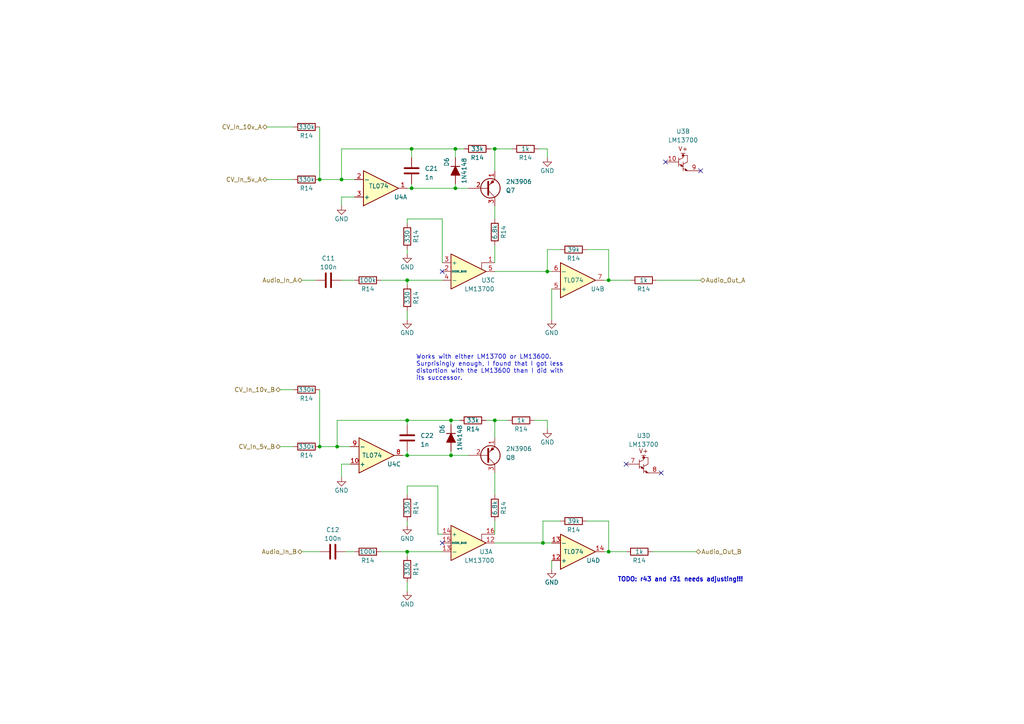
<source format=kicad_sch>
(kicad_sch (version 20230121) (generator eeschema)
  (paper "A4")
  (lib_symbols
    (symbol "*SCS:C-THL" (pin_numbers hide) (pin_names (offset 0.254))
      (property "Reference" "C" (at 0.635 2.54 0))
      (property "Value" "C" (at 0.635 -2.54 0))
      (symbol "C-THL_0_1"
        (polyline (pts (xy -2.032 -0.762) (xy 2.032 -0.762)) (stroke (width 0.508)))
        (polyline (pts (xy -2.032 0.762) (xy 2.032 0.762)) (stroke (width 0.508)))
      )
      (symbol "C-THL_1_1"
        (pin passive line (at 0 3.81 270) (length 2.794) (name "~") (number "1"))
        (pin passive line (at 0 -3.81 90) (length 2.794) (name "~") (number "2"))
      )
    )
    (symbol "*SCS:D-THL" (pin_numbers hide) (pin_names (offset 1.016) hide)
      (property "Reference" "D" (at 0 2.54 0))
      (property "Value" "D" (at 0 -2.54 0))
      (symbol "D-THL_0_1"
        (polyline (pts (xy -1.27 1.27) (xy -1.27 -1.27)) (stroke (width 0.254)))
        (polyline (pts (xy 1.27 0) (xy -1.27 0)))
        (polyline (pts (xy 1.27 1.27) (xy 1.27 -1.27) (xy -1.27 0) (xy 1.27 1.27)) (stroke (width 0.254)) (fill (type outline)))
      )
      (symbol "D-THL_1_1"
        (pin passive line (at -3.81 0 0) (length 2.54) (name "K") (number "1"))
        (pin passive line (at 3.81 0 180) (length 2.54) (name "A") (number "2"))
      )
    )
    (symbol "*SCS:R-THL" (pin_numbers hide) (pin_names (offset 0))
      (property "Reference" "R" (at 2.032 0 90))
      (property "Value" "R" (at 0 0 90))
      (symbol "R-THL_0_1"
        (rectangle (start -1.016 -2.54) (end 1.016 2.54) (stroke (width 0.254)))
      )
      (symbol "R-THL_1_1"
        (pin passive line (at 0 3.81 270) (length 1.27) (name "~") (number "1"))
        (pin passive line (at 0 -3.81 90) (length 1.27) (name "~") (number "2"))
      )
    )
    (symbol "Amplifier_Operational:LM13700" (pin_names (offset 0.127))
      (property "Reference" "U" (at 3.81 5.08 0))
      (property "Value" "LM13700" (at 5.08 -5.08 0))
      (symbol "LM13700_1_1"
        (polyline (pts (xy 3.81 -0.635) (xy 3.81 -2.54) (xy 5.08 -2.54)))
        (polyline (pts (xy 5.08 0) (xy -5.08 -5.08) (xy -5.08 5.08) (xy 5.08 0)) (stroke (width 0.254)) (fill (type background)))
        (pin output line (at 7.62 0 180) (length 2.54) (name "~") (number "12"))
        (pin input line (at -7.62 2.54 0) (length 2.54) (name "-") (number "13"))
        (pin input line (at -7.62 -2.54 0) (length 2.54) (name "+") (number "14"))
        (pin input line (at -7.62 0 0) (length 2.54) (name "DIODE_BIAS") (number "15"))
        (pin input line (at 7.62 -2.54 180) (length 2.54) (name "~") (number "16"))
      )
      (symbol "LM13700_2_0"
        (polyline (pts (xy -1.905 2.54) (xy -3.175 2.54)))
      )
      (symbol "LM13700_2_1"
        (circle (center -2.54 1.905) (radius 0.254) (stroke (width 0.254)) (fill (type outline)))
        (polyline (pts (xy -3.81 -0.635) (xy -2.54 -1.27)))
        (polyline (pts (xy -3.81 1.27) (xy -3.81 -1.27)))
        (polyline (pts (xy -2.54 -1.905) (xy -1.27 -2.54)))
        (polyline (pts (xy -2.54 0) (xy -2.54 -2.54)))
        (polyline (pts (xy -3.81 0.635) (xy -2.54 1.27) (xy -2.54 1.905) (xy -2.54 2.54)))
        (polyline (pts (xy -2.54 -1.27) (xy -3.175 -0.635) (xy -3.175 -1.27) (xy -2.54 -1.27)) (fill (type outline)))
        (polyline (pts (xy -2.54 -0.635) (xy -1.27 0) (xy -1.27 1.905) (xy -2.54 1.905)))
        (polyline (pts (xy -1.27 -2.54) (xy -1.905 -1.905) (xy -1.905 -2.54) (xy -1.27 -2.54)) (fill (type outline)))
        (text "V+" (at -2.54 3.81 0) (effects (font (size 1.27 1.27))))
        (pin input line (at -7.62 0 0) (length 3.81) (name "~") (number "10"))
        (pin output line (at 2.54 -2.54 180) (length 3.81) (name "~") (number "9"))
      )
      (symbol "LM13700_3_1"
        (polyline (pts (xy 3.81 -0.635) (xy 3.81 -2.54) (xy 5.08 -2.54)))
        (polyline (pts (xy 5.08 0) (xy -5.08 -5.08) (xy -5.08 5.08) (xy 5.08 0)) (stroke (width 0.254)) (fill (type background)))
        (pin input line (at 7.62 -2.54 180) (length 2.54) (name "~") (number "1"))
        (pin input line (at -7.62 0 0) (length 2.54) (name "DIODE_BIAS") (number "2"))
        (pin input line (at -7.62 -2.54 0) (length 2.54) (name "+") (number "3"))
        (pin input line (at -7.62 2.54 0) (length 2.54) (name "-") (number "4"))
        (pin output line (at 7.62 0 180) (length 2.54) (name "~") (number "5"))
      )
      (symbol "LM13700_4_0"
        (polyline (pts (xy -3.175 2.54) (xy -1.905 2.54)))
        (text "V+" (at -2.54 3.81 0) (effects (font (size 1.27 1.27))))
      )
      (symbol "LM13700_4_1"
        (circle (center -2.54 1.905) (radius 0.254) (stroke (width 0.254)) (fill (type outline)))
        (polyline (pts (xy -3.81 -0.635) (xy -2.54 -1.27)))
        (polyline (pts (xy -3.81 1.27) (xy -3.81 -1.27)))
        (polyline (pts (xy -2.54 -1.905) (xy -1.27 -2.54)))
        (polyline (pts (xy -2.54 0) (xy -2.54 -2.54)))
        (polyline (pts (xy -3.81 0.635) (xy -2.54 1.27) (xy -2.54 2.54)))
        (polyline (pts (xy -2.54 -1.27) (xy -3.175 -0.635) (xy -3.175 -1.27) (xy -2.54 -1.27)) (fill (type outline)))
        (polyline (pts (xy -2.54 -0.635) (xy -1.27 0) (xy -1.27 1.905) (xy -2.54 1.905)))
        (polyline (pts (xy -1.27 -2.54) (xy -1.905 -1.905) (xy -1.905 -2.54) (xy -1.27 -2.54)) (fill (type outline)))
        (pin input line (at -7.62 0 0) (length 3.81) (name "~") (number "7"))
        (pin output line (at 2.54 -2.54 180) (length 3.81) (name "~") (number "8"))
      )
      (symbol "LM13700_5_1"
        (pin power_in line (at -2.54 7.62 270) (length 3.81) (name "V+") (number "11"))
        (pin power_in line (at -2.54 -7.62 90) (length 3.81) (name "V-") (number "6"))
      )
    )
    (symbol "Amplifier_Operational:TL074" (pin_names (offset 0.127))
      (property "Reference" "U" (at 0 5.08 0))
      (property "Value" "TL074" (at 0 -5.08 0))
      (symbol "TL074_1_1"
        (polyline (pts (xy -5.08 5.08) (xy 5.08 0) (xy -5.08 -5.08) (xy -5.08 5.08)) (stroke (width 0.254)) (fill (type background)))
        (pin output line (at 7.62 0 180) (length 2.54) (name "~") (number "1"))
        (pin input line (at -7.62 -2.54 0) (length 2.54) (name "-") (number "2"))
        (pin input line (at -7.62 2.54 0) (length 2.54) (name "+") (number "3"))
      )
      (symbol "TL074_2_1"
        (polyline (pts (xy -5.08 5.08) (xy 5.08 0) (xy -5.08 -5.08) (xy -5.08 5.08)) (stroke (width 0.254)) (fill (type background)))
        (pin input line (at -7.62 2.54 0) (length 2.54) (name "+") (number "5"))
        (pin input line (at -7.62 -2.54 0) (length 2.54) (name "-") (number "6"))
        (pin output line (at 7.62 0 180) (length 2.54) (name "~") (number "7"))
      )
      (symbol "TL074_3_1"
        (polyline (pts (xy -5.08 5.08) (xy 5.08 0) (xy -5.08 -5.08) (xy -5.08 5.08)) (stroke (width 0.254)) (fill (type background)))
        (pin input line (at -7.62 2.54 0) (length 2.54) (name "+") (number "10"))
        (pin output line (at 7.62 0 180) (length 2.54) (name "~") (number "8"))
        (pin input line (at -7.62 -2.54 0) (length 2.54) (name "-") (number "9"))
      )
      (symbol "TL074_4_1"
        (polyline (pts (xy -5.08 5.08) (xy 5.08 0) (xy -5.08 -5.08) (xy -5.08 5.08)) (stroke (width 0.254)) (fill (type background)))
        (pin input line (at -7.62 2.54 0) (length 2.54) (name "+") (number "12"))
        (pin input line (at -7.62 -2.54 0) (length 2.54) (name "-") (number "13"))
        (pin output line (at 7.62 0 180) (length 2.54) (name "~") (number "14"))
      )
      (symbol "TL074_5_1"
        (pin power_in line (at -2.54 -7.62 90) (length 3.81) (name "V-") (number "11"))
        (pin power_in line (at -2.54 7.62 270) (length 3.81) (name "V+") (number "4"))
      )
    )
    (symbol "GND_1" (power) (pin_numbers hide) (pin_names (offset 0) hide)
      (property "Value" "GND_1" (at 0 -3.81 0))
      (symbol "GND_1_0_1"
        (polyline (pts (xy 0 0) (xy 0 -1.27) (xy 1.27 -1.27) (xy 0 -2.54) (xy -1.27 -1.27) (xy 0 -1.27)))
      )
      (symbol "GND_1_1_1"
        (pin power_in line (at 0 0 270) (length 0) hide (name "GND") (number "1"))
      )
    )
    (symbol "Transistor_BJT:2N3906" (pin_names (offset 0) hide)
      (property "Reference" "Q" (at 5.08 1.905 0))
      (property "Value" "2N3906" (at 5.08 0 0))
      (symbol "2N3906_0_1"
        (polyline (pts (xy 0.635 0.635) (xy 2.54 2.54)))
        (polyline (pts (xy 0.635 -0.635) (xy 2.54 -2.54) (xy 2.54 -2.54)))
        (polyline (pts (xy 0.635 1.905) (xy 0.635 -1.905) (xy 0.635 -1.905)) (stroke (width 0.508)))
        (polyline (pts (xy 2.286 -1.778) (xy 1.778 -2.286) (xy 1.27 -1.27) (xy 2.286 -1.778) (xy 2.286 -1.778)) (fill (type outline)))
        (circle (center 1.27 0) (radius 2.8194) (stroke (width 0.254)))
      )
      (symbol "2N3906_1_1"
        (pin passive line (at 2.54 -5.08 90) (length 2.54) (name "E") (number "1"))
        (pin input line (at -5.08 0 0) (length 5.715) (name "B") (number "2"))
        (pin passive line (at 2.54 5.08 270) (length 2.54) (name "C") (number "3"))
      )
    )
  )
  (junction (at 130.81 132.08))
  (junction (at 143.51 121.92))
  (junction (at 118.11 160.02))
  (junction (at 157.48 157.48))
  (junction (at 158.75 78.74))
  (junction (at 118.11 121.92))
  (junction (at 176.53 81.28))
  (junction (at 118.11 132.08))
  (junction (at 97.79 129.54))
  (junction (at 176.53 160.02))
  (junction (at 132.08 54.61))
  (junction (at 92.71 129.54))
  (junction (at 92.71 52.07))
  (junction (at 132.08 43.18))
  (junction (at 119.38 54.61))
  (junction (at 118.11 81.28))
  (junction (at 119.38 43.18))
  (junction (at 130.81 121.92))
  (junction (at 99.06 52.07))
  (junction (at 143.51 43.18))
  (no_connect (at 203.2 49.53))
  (no_connect (at 128.27 157.48))
  (no_connect (at 128.27 78.74))
  (no_connect (at 181.61 134.62))
  (no_connect (at 193.04 46.99))
  (no_connect (at 191.77 137.16))
  (wire (pts (xy 119.38 54.61) (xy 132.08 54.61)))
  (wire (pts (xy 99.06 134.62) (xy 99.06 138.43)))
  (wire (pts (xy 87.63 160.02) (xy 92.71 160.02)))
  (wire (pts (xy 158.75 43.18) (xy 156.21 43.18)))
  (wire (pts (xy 100.33 160.02) (xy 102.87 160.02)))
  (wire (pts (xy 99.06 81.28) (xy 102.87 81.28)))
  (wire (pts (xy 130.81 130.81) (xy 130.81 132.08)))
  (wire (pts (xy 116.84 132.08) (xy 118.11 132.08)))
  (wire (pts (xy 92.71 113.03) (xy 92.71 129.54)))
  (wire (pts (xy 133.35 121.92) (xy 130.81 121.92)))
  (wire (pts (xy 158.75 72.39) (xy 158.75 78.74)))
  (wire (pts (xy 132.08 54.61) (xy 135.89 54.61)))
  (wire (pts (xy 92.71 52.07) (xy 99.06 52.07)))
  (wire (pts (xy 143.51 121.92) (xy 147.32 121.92)))
  (wire (pts (xy 127 140.97) (xy 118.11 140.97)))
  (wire (pts (xy 170.18 72.39) (xy 176.53 72.39)))
  (wire (pts (xy 99.06 43.18) (xy 119.38 43.18)))
  (wire (pts (xy 87.63 81.28) (xy 91.44 81.28)))
  (wire (pts (xy 130.81 121.92) (xy 130.81 123.19)))
  (wire (pts (xy 118.11 63.5) (xy 118.11 64.77)))
  (wire (pts (xy 118.11 130.81) (xy 118.11 132.08)))
  (wire (pts (xy 160.02 83.82) (xy 160.02 92.71)))
  (wire (pts (xy 132.08 53.34) (xy 132.08 54.61)))
  (wire (pts (xy 118.11 140.97) (xy 118.11 143.51)))
  (wire (pts (xy 97.79 121.92) (xy 97.79 129.54)))
  (wire (pts (xy 118.11 121.92) (xy 130.81 121.92)))
  (wire (pts (xy 158.75 45.72) (xy 158.75 43.18)))
  (wire (pts (xy 143.51 43.18) (xy 143.51 49.53)))
  (wire (pts (xy 162.56 72.39) (xy 158.75 72.39)))
  (wire (pts (xy 143.51 78.74) (xy 158.75 78.74)))
  (wire (pts (xy 118.11 121.92) (xy 118.11 123.19)))
  (wire (pts (xy 127 154.94) (xy 128.27 154.94)))
  (wire (pts (xy 77.47 36.83) (xy 85.09 36.83)))
  (wire (pts (xy 118.11 132.08) (xy 130.81 132.08)))
  (wire (pts (xy 176.53 160.02) (xy 181.61 160.02)))
  (wire (pts (xy 81.28 113.03) (xy 85.09 113.03)))
  (wire (pts (xy 77.47 52.07) (xy 85.09 52.07)))
  (wire (pts (xy 143.51 151.13) (xy 143.51 154.94)))
  (wire (pts (xy 160.02 162.56) (xy 160.02 165.1)))
  (wire (pts (xy 143.51 71.12) (xy 143.51 76.2)))
  (wire (pts (xy 92.71 36.83) (xy 92.71 52.07)))
  (wire (pts (xy 127 154.94) (xy 127 140.97)))
  (wire (pts (xy 142.24 43.18) (xy 143.51 43.18)))
  (wire (pts (xy 119.38 53.34) (xy 119.38 54.61)))
  (wire (pts (xy 92.71 129.54) (xy 97.79 129.54)))
  (wire (pts (xy 99.06 52.07) (xy 102.87 52.07)))
  (wire (pts (xy 99.06 43.18) (xy 99.06 52.07)))
  (wire (pts (xy 128.27 63.5) (xy 118.11 63.5)))
  (wire (pts (xy 130.81 132.08) (xy 135.89 132.08)))
  (wire (pts (xy 175.26 160.02) (xy 176.53 160.02)))
  (wire (pts (xy 176.53 81.28) (xy 182.88 81.28)))
  (wire (pts (xy 190.5 81.28) (xy 203.2 81.28)))
  (wire (pts (xy 118.11 168.91) (xy 118.11 171.45)))
  (wire (pts (xy 118.11 92.71) (xy 118.11 90.17)))
  (wire (pts (xy 143.51 43.18) (xy 148.59 43.18)))
  (wire (pts (xy 170.18 151.13) (xy 176.53 151.13)))
  (wire (pts (xy 143.51 157.48) (xy 157.48 157.48)))
  (wire (pts (xy 143.51 59.69) (xy 143.51 63.5)))
  (wire (pts (xy 97.79 121.92) (xy 118.11 121.92)))
  (wire (pts (xy 158.75 121.92) (xy 154.94 121.92)))
  (wire (pts (xy 140.97 121.92) (xy 143.51 121.92)))
  (wire (pts (xy 158.75 78.74) (xy 160.02 78.74)))
  (wire (pts (xy 118.11 54.61) (xy 119.38 54.61)))
  (wire (pts (xy 162.56 151.13) (xy 157.48 151.13)))
  (wire (pts (xy 132.08 43.18) (xy 132.08 45.72)))
  (wire (pts (xy 157.48 157.48) (xy 160.02 157.48)))
  (wire (pts (xy 110.49 81.28) (xy 118.11 81.28)))
  (wire (pts (xy 158.75 121.92) (xy 158.75 124.46)))
  (wire (pts (xy 176.53 72.39) (xy 176.53 81.28)))
  (wire (pts (xy 143.51 121.92) (xy 143.51 127)))
  (wire (pts (xy 99.06 57.15) (xy 99.06 59.69)))
  (wire (pts (xy 128.27 76.2) (xy 128.27 63.5)))
  (wire (pts (xy 119.38 43.18) (xy 119.38 45.72)))
  (wire (pts (xy 176.53 151.13) (xy 176.53 160.02)))
  (wire (pts (xy 118.11 160.02) (xy 128.27 160.02)))
  (wire (pts (xy 118.11 73.66) (xy 118.11 72.39)))
  (wire (pts (xy 119.38 43.18) (xy 132.08 43.18)))
  (wire (pts (xy 97.79 129.54) (xy 101.6 129.54)))
  (wire (pts (xy 118.11 160.02) (xy 118.11 161.29)))
  (wire (pts (xy 143.51 137.16) (xy 143.51 143.51)))
  (wire (pts (xy 118.11 152.4) (xy 118.11 151.13)))
  (wire (pts (xy 189.23 160.02) (xy 201.93 160.02)))
  (wire (pts (xy 118.11 81.28) (xy 128.27 81.28)))
  (wire (pts (xy 157.48 151.13) (xy 157.48 157.48)))
  (wire (pts (xy 132.08 43.18) (xy 134.62 43.18)))
  (wire (pts (xy 118.11 81.28) (xy 118.11 82.55)))
  (wire (pts (xy 175.26 81.28) (xy 176.53 81.28)))
  (wire (pts (xy 99.06 57.15) (xy 102.87 57.15)))
  (wire (pts (xy 110.49 160.02) (xy 118.11 160.02)))
  (wire (pts (xy 81.28 129.54) (xy 85.09 129.54)))
  (wire (pts (xy 99.06 134.62) (xy 101.6 134.62)))
  (text "Works with either LM13700 or LM13600.\nSurprisingly enough, I found that I got less\ndistortion with the LM13600 than I did with \nits successor." (at 120.65 110.49 0) (effects (font (size 1.27 1.27)) (justify left bottom)))
  (text "TODO: r43 and r31 needs adjusting!!!\n" (at 179.07 168.91 0) (effects (font (size 1.27 1.27) (thickness 0.254) bold) (justify left bottom)))
  (hierarchical_label "Audio_Out_A" (shape bidirectional) (at 203.2 81.28 0))
  (hierarchical_label "CV_In_10v_B" (shape bidirectional) (at 81.28 113.03 180))
  (hierarchical_label "CV_In_10v_A" (shape bidirectional) (at 77.47 36.83 180))
  (hierarchical_label "Audio_In_B" (shape bidirectional) (at 87.63 160.02 180))
  (hierarchical_label "CV_In_5v_B" (shape bidirectional) (at 81.28 129.54 180))
  (hierarchical_label "Audio_Out_B" (shape bidirectional) (at 201.93 160.02 0))
  (hierarchical_label "CV_In_5v_A" (shape bidirectional) (at 77.47 52.07 180))
  (hierarchical_label "Audio_In_A" (shape bidirectional) (at 87.63 81.28 180))
  (symbol (lib_id "Transistor_BJT:2N3906") (at 140.97 54.61 0) (mirror x) (unit 1)
    (property "Reference" "Q7" (at 146.685 55.245 0) (effects (justify left)))
    (property "Value" "2N3906" (at 146.685 52.705 0) (effects (justify left)))
    (property "Footprint" "Package_TO_SOT_THT:TO-92_Wide" (effects hide))
    (property "Datasheet" "https://www.onsemi.com/pub/Collateral/2N3906-D.PDF" (effects hide))
  )
  (symbol (lib_id "*SCS:R-THL") (at 88.9 113.03 270) (unit 1)
    (property "Reference" "R14" (at 88.9 115.57 90))
    (property "Value" "330k" (at 88.9 113.03 90))
    (property "Footprint" "Resistor_THT:R_Axial_DIN0207_L6.3mm_D2.5mm_P2.54mm_Vertical" (effects hide))
    (instances (project "MOL" (path "" (reference "R14") (unit 1)) (path "" (reference "R68") (unit 1))))
  )
  (symbol (lib_id "*SCS:D-THL") (at 132.08 49.53 270) (unit 1)
    (property "Reference" "D6" (at 129.54 46.99 0))
    (property "Value" "1N4148" (at 134.62 49.53 0))
    (property "Footprint" "*SCS_ScruffyCat:D_DO-35_SOD27_P2.54mm_Vertical_KathodeUp" (effects hide))
    (instances (project "MOL" (path "" (reference "D6") (unit 1)) (path "" (reference "D13") (unit 1))))
  )
  (symbol (lib_name "GND_1") (lib_id "power:GND") (at 118.11 92.71 0) (unit 1)
    (property "Reference" "#PWR05" (effects hide))
    (property "Value" "GND" (at 118.11 96.52 0))
    (instances (project "MOL" (path "" (reference "#PWR05") (unit 1)) (path "" (reference "#PWR015") (unit 1)) (path "" (reference "#PWR033") (unit 1))))
  )
  (symbol (lib_id "*SCS:R-THL") (at 166.37 72.39 270) (unit 1)
    (property "Reference" "R14" (at 166.37 74.93 90))
    (property "Value" "39k" (at 166.37 72.39 90))
    (property "Footprint" "Resistor_THT:R_Axial_DIN0207_L6.3mm_D2.5mm_P2.54mm_Vertical" (effects hide))
    (instances (project "MOL" (path "" (reference "R14") (unit 1)) (path "" (reference "R31") (unit 1))))
  )
  (symbol (lib_id "*SCS:R-THL") (at 138.43 43.18 270) (unit 1)
    (property "Reference" "R14" (at 138.43 45.72 90))
    (property "Value" "33k" (at 138.43 43.18 90))
    (property "Footprint" "Resistor_THT:R_Axial_DIN0207_L6.3mm_D2.5mm_P2.54mm_Vertical" (effects hide))
    (instances (project "MOL" (path "" (reference "R14") (unit 1)) (path "" (reference "R34") (unit 1))))
  )
  (symbol (lib_id "Transistor_BJT:2N3906") (at 140.97 132.08 0) (mirror x) (unit 1)
    (property "Reference" "Q8" (at 146.685 132.715 0) (effects (justify left)))
    (property "Value" "2N3906" (at 146.685 130.175 0) (effects (justify left)))
    (property "Footprint" "Package_TO_SOT_THT:TO-92_Wide" (effects hide))
    (property "Datasheet" "https://www.onsemi.com/pub/Collateral/2N3906-D.PDF" (effects hide))
  )
  (symbol (lib_id "*SCS:C-THL") (at 119.38 49.53 0) (unit 1)
    (property "Reference" "C21" (at 123.19 48.895 0) (effects (justify left)))
    (property "Value" "1n" (at 123.19 51.435 0) (effects (justify left)))
    (property "Footprint" "Capacitor_THT:C_Disc_D4.3mm_W1.9mm_P5.00mm" (effects hide))
  )
  (symbol (lib_id "*SCS:R-THL") (at 118.11 147.32 0) (unit 1)
    (property "Reference" "R14" (at 120.65 147.32 90))
    (property "Value" "330" (at 118.11 147.32 90))
    (property "Footprint" "Resistor_THT:R_Axial_DIN0207_L6.3mm_D2.5mm_P2.54mm_Vertical" (effects hide))
    (instances (project "MOL" (path "" (reference "R14") (unit 1)) (path "" (reference "R37") (unit 1))))
  )
  (symbol (lib_name "GND_1") (lib_id "power:GND") (at 158.75 124.46 0) (unit 1)
    (property "Reference" "#PWR05" (effects hide))
    (property "Value" "GND" (at 158.75 128.27 0))
    (instances (project "MOL" (path "" (reference "#PWR05") (unit 1)) (path "" (reference "#PWR015") (unit 1)) (path "" (reference "#PWR040") (unit 1))))
  )
  (symbol (lib_id "*SCS:R-THL") (at 151.13 121.92 270) (unit 1)
    (property "Reference" "R14" (at 151.13 124.46 90))
    (property "Value" "1k" (at 151.13 121.92 90))
    (property "Footprint" "Resistor_THT:R_Axial_DIN0207_L6.3mm_D2.5mm_P2.54mm_Vertical" (effects hide))
    (instances (project "MOL" (path "" (reference "R14") (unit 1)) (path "" (reference "R42") (unit 1))))
  )
  (symbol (lib_id "Amplifier_Operational:LM13700") (at 189.23 134.62 0) (unit 4)
    (property "Reference" "U3" (at 186.69 126.365 0))
    (property "Value" "LM13700" (at 186.69 128.905 0))
    (property "Footprint" "Package_DIP:DIP-16_W7.62mm_Socket" (effects hide))
    (property "Datasheet" "http://www.ti.com/lit/ds/symlink/lm13700.pdf" (effects hide))
  )
  (symbol (lib_id "Amplifier_Operational:TL074") (at 167.64 81.28 0) (mirror x) (unit 2)
    (property "Reference" "U4" (at 173.355 83.82 0))
    (property "Value" "TL074" (at 166.37 81.28 0))
    (property "Footprint" "Package_DIP:DIP-14_W7.62mm_Socket" (effects hide))
    (property "Datasheet" "http://www.ti.com/lit/ds/symlink/tl071.pdf" (effects hide))
  )
  (symbol (lib_id "*SCS:R-THL") (at 88.9 36.83 270) (unit 1)
    (property "Reference" "R14" (at 88.9 39.37 90))
    (property "Value" "330k" (at 88.9 36.83 90))
    (property "Footprint" "Resistor_THT:R_Axial_DIN0207_L6.3mm_D2.5mm_P2.54mm_Vertical" (effects hide))
    (instances (project "MOL" (path "" (reference "R14") (unit 1)) (path "" (reference "R63") (unit 1))))
  )
  (symbol (lib_id "*SCS:D-THL") (at 130.81 127 270) (unit 1)
    (property "Reference" "D6" (at 128.27 124.46 0))
    (property "Value" "1N4148" (at 133.35 127 0))
    (property "Footprint" "*SCS_ScruffyCat:D_DO-35_SOD27_P2.54mm_Vertical_KathodeUp" (effects hide))
    (instances (project "MOL" (path "" (reference "D6") (unit 1)) (path "" (reference "D14") (unit 1))))
  )
  (symbol (lib_id "*SCS:R-THL") (at 88.9 129.54 270) (unit 1)
    (property "Reference" "R14" (at 88.9 132.08 90))
    (property "Value" "330k" (at 88.9 129.54 90))
    (property "Footprint" "Resistor_THT:R_Axial_DIN0207_L6.3mm_D2.5mm_P2.54mm_Vertical" (effects hide))
    (instances (project "MOL" (path "" (reference "R14") (unit 1)) (path "" (reference "R39") (unit 1))))
  )
  (symbol (lib_name "GND_1") (lib_id "power:GND") (at 118.11 171.45 0) (unit 1)
    (property "Reference" "#PWR05" (effects hide))
    (property "Value" "GND" (at 118.11 175.26 0))
    (instances (project "MOL" (path "" (reference "#PWR05") (unit 1)) (path "" (reference "#PWR015") (unit 1)) (path "" (reference "#PWR039") (unit 1))))
  )
  (symbol (lib_id "Amplifier_Operational:LM13700") (at 135.89 157.48 0) (mirror x) (unit 1)
    (property "Reference" "U3" (at 140.97 160.02 0))
    (property "Value" "LM13700" (at 139.065 162.56 0))
    (property "Footprint" "Package_DIP:DIP-16_W7.62mm_Socket" (effects hide))
    (property "Datasheet" "http://www.ti.com/lit/ds/symlink/lm13700.pdf" (effects hide))
  )
  (symbol (lib_id "*SCS:C-THL") (at 95.25 81.28 90) (unit 1)
    (property "Reference" "C11" (at 95.25 74.93 90))
    (property "Value" "100n" (at 95.25 77.47 90))
    (property "Footprint" "Capacitor_THT:C_Disc_D4.3mm_W1.9mm_P5.00mm" (effects hide))
  )
  (symbol (lib_id "*SCS:C-THL") (at 118.11 127 0) (unit 1)
    (property "Reference" "C22" (at 121.92 126.365 0) (effects (justify left)))
    (property "Value" "1n" (at 121.92 128.905 0) (effects (justify left)))
    (property "Footprint" "Capacitor_THT:C_Disc_D4.3mm_W1.9mm_P5.00mm" (effects hide))
  )
  (symbol (lib_id "*SCS:R-THL") (at 88.9 52.07 270) (unit 1)
    (property "Reference" "R14" (at 88.9 54.61 90))
    (property "Value" "330k" (at 88.9 52.07 90))
    (property "Footprint" "Resistor_THT:R_Axial_DIN0207_L6.3mm_D2.5mm_P2.54mm_Vertical" (effects hide))
    (instances (project "MOL" (path "" (reference "R14") (unit 1)) (path "" (reference "R35") (unit 1))))
  )
  (symbol (lib_name "GND_1") (lib_id "power:GND") (at 118.11 73.66 0) (unit 1)
    (property "Reference" "#PWR05" (effects hide))
    (property "Value" "GND" (at 118.11 77.47 0))
    (instances (project "MOL" (path "" (reference "#PWR05") (unit 1)) (path "" (reference "#PWR015") (unit 1)) (path "" (reference "#PWR034") (unit 1))))
  )
  (symbol (lib_id "*SCS:R-THL") (at 118.11 165.1 0) (unit 1)
    (property "Reference" "R14" (at 120.65 165.1 90))
    (property "Value" "330" (at 118.11 165.1 90))
    (property "Footprint" "Resistor_THT:R_Axial_DIN0207_L6.3mm_D2.5mm_P2.54mm_Vertical" (effects hide))
    (instances (project "MOL" (path "" (reference "R14") (unit 1)) (path "" (reference "R38") (unit 1))))
  )
  (symbol (lib_id "*SCS:R-THL") (at 186.69 81.28 270) (unit 1)
    (property "Reference" "R14" (at 186.69 83.82 90))
    (property "Value" "1k" (at 186.69 81.28 90))
    (property "Footprint" "Resistor_THT:R_Axial_DIN0207_L6.3mm_D2.5mm_P2.54mm_Vertical" (effects hide))
    (instances (project "MOL" (path "" (reference "R14") (unit 1)) (path "" (reference "R30") (unit 1))))
  )
  (symbol (lib_name "GND_1") (lib_id "power:GND") (at 118.11 152.4 0) (unit 1)
    (property "Reference" "#PWR05" (effects hide))
    (property "Value" "GND" (at 118.11 156.21 0))
    (instances (project "MOL" (path "" (reference "#PWR05") (unit 1)) (path "" (reference "#PWR015") (unit 1)) (path "" (reference "#PWR038") (unit 1))))
  )
  (symbol (lib_name "GND_1") (lib_id "power:GND") (at 160.02 165.1 0) (unit 1)
    (property "Reference" "#PWR05" (effects hide))
    (property "Value" "GND" (at 160.02 168.91 0))
    (instances (project "MOL" (path "" (reference "#PWR05") (unit 1)) (path "" (reference "#PWR015") (unit 1)) (path "" (reference "#PWR042") (unit 1))))
  )
  (symbol (lib_id "*SCS:R-THL") (at 143.51 147.32 0) (unit 1)
    (property "Reference" "R14" (at 146.05 147.32 90))
    (property "Value" "6.8k" (at 143.51 147.32 90))
    (property "Footprint" "Resistor_THT:R_Axial_DIN0207_L6.3mm_D2.5mm_P2.54mm_Vertical" (effects hide))
    (instances (project "MOL" (path "" (reference "R14") (unit 1)) (path "" (reference "R41") (unit 1))))
  )
  (symbol (lib_id "Amplifier_Operational:LM13700") (at 135.89 78.74 0) (mirror x) (unit 3)
    (property "Reference" "U3" (at 141.605 81.28 0))
    (property "Value" "LM13700" (at 139.065 83.82 0))
    (property "Footprint" "Package_DIP:DIP-16_W7.62mm_Socket" (effects hide))
    (property "Datasheet" "http://www.ti.com/lit/ds/symlink/lm13700.pdf" (effects hide))
  )
  (symbol (lib_id "*SCS:R-THL") (at 106.68 81.28 270) (unit 1)
    (property "Reference" "R14" (at 106.68 83.82 90))
    (property "Value" "100k" (at 106.68 81.28 90))
    (property "Footprint" "Resistor_THT:R_Axial_DIN0207_L6.3mm_D2.5mm_P2.54mm_Vertical" (effects hide))
    (instances (project "MOL" (path "" (reference "R14") (unit 1)) (path "" (reference "R27") (unit 1))))
  )
  (symbol (lib_name "GND_1") (lib_id "power:GND") (at 160.02 92.71 0) (unit 1)
    (property "Reference" "#PWR05" (effects hide))
    (property "Value" "GND" (at 160.02 96.52 0))
    (instances (project "MOL" (path "" (reference "#PWR05") (unit 1)) (path "" (reference "#PWR015") (unit 1)) (path "" (reference "#PWR035") (unit 1))))
  )
  (symbol (lib_id "*SCS:R-THL") (at 166.37 151.13 270) (unit 1)
    (property "Reference" "R14" (at 166.37 153.67 90))
    (property "Value" "39k" (at 166.37 151.13 90))
    (property "Footprint" "Resistor_THT:R_Axial_DIN0207_L6.3mm_D2.5mm_P2.54mm_Vertical" (effects hide))
    (instances (project "MOL" (path "" (reference "R14") (unit 1)) (path "" (reference "R43") (unit 1))))
  )
  (symbol (lib_name "GND_1") (lib_id "power:GND") (at 158.75 45.72 0) (unit 1)
    (property "Reference" "#PWR05" (effects hide))
    (property "Value" "GND" (at 158.75 49.53 0))
    (instances (project "MOL" (path "" (reference "#PWR05") (unit 1)) (path "" (reference "#PWR015") (unit 1)) (path "" (reference "#PWR036") (unit 1))))
  )
  (symbol (lib_name "GND_1") (lib_id "power:GND") (at 99.06 59.69 0) (unit 1)
    (property "Reference" "#PWR05" (effects hide))
    (property "Value" "GND" (at 99.06 63.5 0))
    (instances (project "MOL" (path "" (reference "#PWR05") (unit 1)) (path "" (reference "#PWR015") (unit 1)) (path "" (reference "#PWR037") (unit 1))))
  )
  (symbol (lib_id "Amplifier_Operational:TL074") (at 109.22 132.08 0) (mirror x) (unit 3)
    (property "Reference" "U4" (at 114.3 134.62 0))
    (property "Value" "TL074" (at 107.95 132.08 0))
    (property "Footprint" "Package_DIP:DIP-14_W7.62mm_Socket" (effects hide))
    (property "Datasheet" "http://www.ti.com/lit/ds/symlink/tl071.pdf" (effects hide))
  )
  (symbol (lib_id "*SCS:R-THL") (at 143.51 67.31 0) (unit 1)
    (property "Reference" "R14" (at 146.05 67.31 90))
    (property "Value" "6.8k" (at 143.51 67.31 90))
    (property "Footprint" "Resistor_THT:R_Axial_DIN0207_L6.3mm_D2.5mm_P2.54mm_Vertical" (effects hide))
    (instances (project "MOL" (path "" (reference "R14") (unit 1)) (path "" (reference "R32") (unit 1))))
  )
  (symbol (lib_id "*SCS:R-THL") (at 185.42 160.02 270) (unit 1)
    (property "Reference" "R14" (at 185.42 162.56 90))
    (property "Value" "1k" (at 185.42 160.02 90))
    (property "Footprint" "Resistor_THT:R_Axial_DIN0207_L6.3mm_D2.5mm_P2.54mm_Vertical" (effects hide))
    (instances (project "MOL" (path "" (reference "R14") (unit 1)) (path "" (reference "R44") (unit 1))))
  )
  (symbol (lib_id "*SCS:R-THL") (at 106.68 160.02 270) (unit 1)
    (property "Reference" "R14" (at 106.68 162.56 90))
    (property "Value" "100k" (at 106.68 160.02 90))
    (property "Footprint" "Resistor_THT:R_Axial_DIN0207_L6.3mm_D2.5mm_P2.54mm_Vertical" (effects hide))
    (instances (project "MOL" (path "" (reference "R14") (unit 1)) (path "" (reference "R36") (unit 1))))
  )
  (symbol (lib_id "*SCS:R-THL") (at 137.16 121.92 270) (unit 1)
    (property "Reference" "R14" (at 137.16 124.46 90))
    (property "Value" "33k" (at 137.16 121.92 90))
    (property "Footprint" "Resistor_THT:R_Axial_DIN0207_L6.3mm_D2.5mm_P2.54mm_Vertical" (effects hide))
    (instances (project "MOL" (path "" (reference "R14") (unit 1)) (path "" (reference "R40") (unit 1))))
  )
  (symbol (lib_id "Amplifier_Operational:TL074") (at 167.64 160.02 0) (mirror x) (unit 4)
    (property "Reference" "U4" (at 172.085 162.56 0))
    (property "Value" "TL074" (at 166.37 160.02 0))
    (property "Footprint" "Package_DIP:DIP-14_W7.62mm_Socket" (effects hide))
    (property "Datasheet" "http://www.ti.com/lit/ds/symlink/tl071.pdf" (effects hide))
  )
  (symbol (lib_id "*SCS:C-THL") (at 96.52 160.02 90) (unit 1)
    (property "Reference" "C12" (at 96.52 153.67 90))
    (property "Value" "100n" (at 96.52 156.21 90))
    (property "Footprint" "Capacitor_THT:C_Disc_D4.3mm_W1.9mm_P5.00mm" (effects hide))
  )
  (symbol (lib_name "GND_1") (lib_id "power:GND") (at 99.06 138.43 0) (unit 1)
    (property "Reference" "#PWR05" (effects hide))
    (property "Value" "GND" (at 99.06 142.24 0))
    (instances (project "MOL" (path "" (reference "#PWR05") (unit 1)) (path "" (reference "#PWR015") (unit 1)) (path "" (reference "#PWR041") (unit 1))))
  )
  (symbol (lib_id "Amplifier_Operational:TL074") (at 110.49 54.61 0) (mirror x) (unit 1)
    (property "Reference" "U4" (at 116.205 57.15 0))
    (property "Value" "TL074" (at 109.855 53.975 0))
    (property "Footprint" "Package_DIP:DIP-14_W7.62mm_Socket" (effects hide))
    (property "Datasheet" "http://www.ti.com/lit/ds/symlink/tl071.pdf" (effects hide))
  )
  (symbol (lib_id "*SCS:R-THL") (at 118.11 86.36 0) (unit 1)
    (property "Reference" "R14" (at 120.65 86.36 90))
    (property "Value" "330" (at 118.11 86.36 90))
    (property "Footprint" "Resistor_THT:R_Axial_DIN0207_L6.3mm_D2.5mm_P2.54mm_Vertical" (effects hide))
    (instances (project "MOL" (path "" (reference "R14") (unit 1)) (path "" (reference "R28") (unit 1))))
  )
  (symbol (lib_id "*SCS:R-THL") (at 118.11 68.58 0) (unit 1)
    (property "Reference" "R14" (at 120.65 68.58 90))
    (property "Value" "330" (at 118.11 68.58 90))
    (property "Footprint" "Resistor_THT:R_Axial_DIN0207_L6.3mm_D2.5mm_P2.54mm_Vertical" (effects hide))
    (instances (project "MOL" (path "" (reference "R14") (unit 1)) (path "" (reference "R29") (unit 1))))
  )
  (symbol (lib_id "*SCS:R-THL") (at 152.4 43.18 270) (unit 1)
    (property "Reference" "R14" (at 152.4 45.72 90))
    (property "Value" "1k" (at 152.4 43.18 90))
    (property "Footprint" "Resistor_THT:R_Axial_DIN0207_L6.3mm_D2.5mm_P2.54mm_Vertical" (effects hide))
    (instances (project "MOL" (path "" (reference "R14") (unit 1)) (path "" (reference "R33") (unit 1))))
  )
  (symbol (lib_id "Amplifier_Operational:LM13700") (at 200.66 46.99 0) (unit 2)
    (property "Reference" "U3" (at 198.12 38.1 0))
    (property "Value" "LM13700" (at 198.12 40.64 0))
    (property "Footprint" "Package_DIP:DIP-16_W7.62mm_Socket" (effects hide))
    (property "Datasheet" "http://www.ti.com/lit/ds/symlink/lm13700.pdf" (effects hide))
  )
)
</source>
